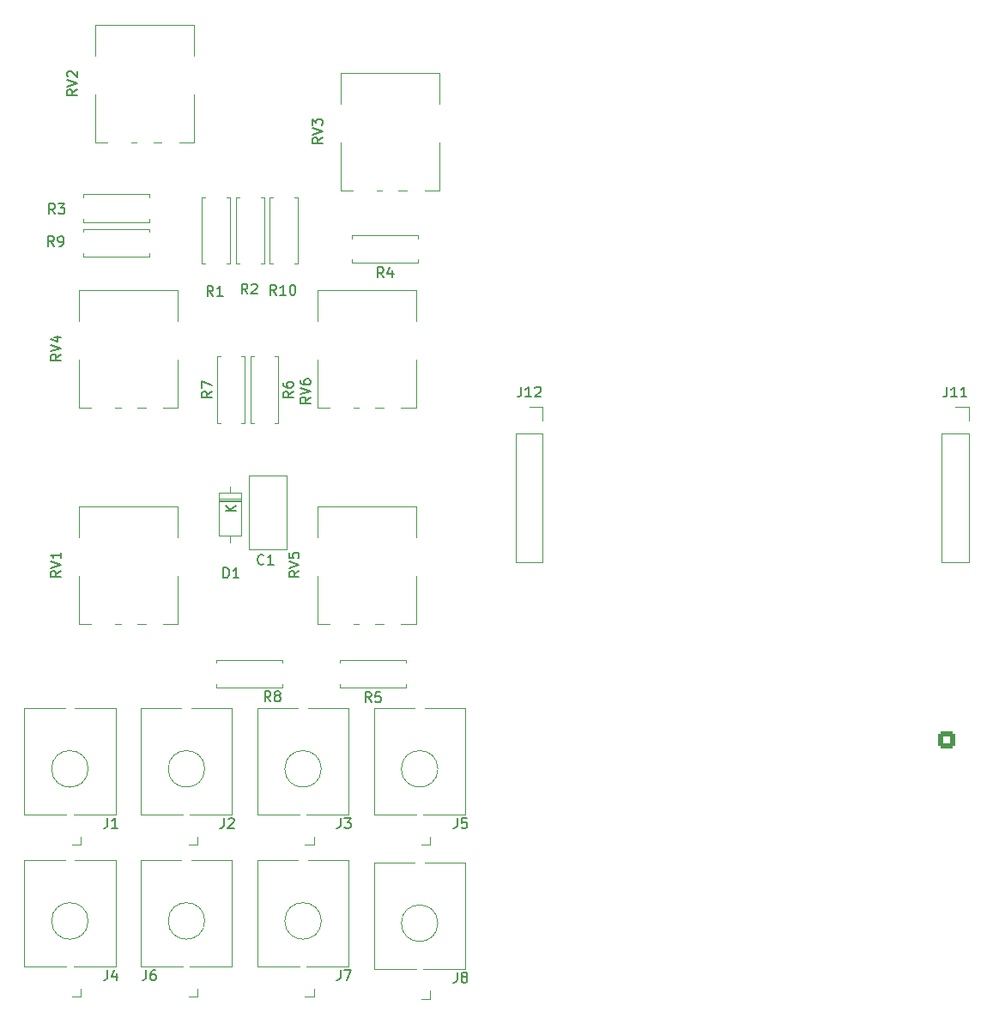
<source format=gto>
%TF.GenerationSoftware,KiCad,Pcbnew,5.99.0-unknown-3763aca52c~129~ubuntu20.04.1*%
%TF.CreationDate,2021-06-21T22:08:16+02:00*%
%TF.ProjectId,VCO-Version-1,56434f2d-5665-4727-9369-6f6e2d312e6b,rev?*%
%TF.SameCoordinates,Original*%
%TF.FileFunction,Legend,Top*%
%TF.FilePolarity,Positive*%
%FSLAX46Y46*%
G04 Gerber Fmt 4.6, Leading zero omitted, Abs format (unit mm)*
G04 Created by KiCad (PCBNEW 5.99.0-unknown-3763aca52c~129~ubuntu20.04.1) date 2021-06-21 22:08:16*
%MOMM*%
%LPD*%
G01*
G04 APERTURE LIST*
G04 Aperture macros list*
%AMRoundRect*
0 Rectangle with rounded corners*
0 $1 Rounding radius*
0 $2 $3 $4 $5 $6 $7 $8 $9 X,Y pos of 4 corners*
0 Add a 4 corners polygon primitive as box body*
4,1,4,$2,$3,$4,$5,$6,$7,$8,$9,$2,$3,0*
0 Add four circle primitives for the rounded corners*
1,1,$1+$1,$2,$3*
1,1,$1+$1,$4,$5*
1,1,$1+$1,$6,$7*
1,1,$1+$1,$8,$9*
0 Add four rect primitives between the rounded corners*
20,1,$1+$1,$2,$3,$4,$5,0*
20,1,$1+$1,$4,$5,$6,$7,0*
20,1,$1+$1,$6,$7,$8,$9,0*
20,1,$1+$1,$8,$9,$2,$3,0*%
G04 Aperture macros list end*
%ADD10C,0.150000*%
%ADD11C,0.120000*%
%ADD12C,2.000000*%
%ADD13O,2.720000X3.240000*%
%ADD14R,1.800000X1.800000*%
%ADD15C,1.800000*%
%ADD16O,1.700000X1.700000*%
%ADD17R,1.700000X1.700000*%
%ADD18C,1.600000*%
%ADD19O,1.600000X1.600000*%
%ADD20R,1.930000X1.830000*%
%ADD21C,2.130000*%
%ADD22C,5.500000*%
%ADD23R,1.600000X1.600000*%
%ADD24O,1.500000X1.050000*%
%ADD25R,1.500000X1.050000*%
%ADD26C,1.440000*%
%ADD27C,1.700000*%
%ADD28RoundRect,0.250000X0.600000X0.600000X-0.600000X0.600000X-0.600000X-0.600000X0.600000X-0.600000X0*%
G04 APERTURE END LIST*
D10*
X127712380Y-105660238D02*
X127236190Y-105993571D01*
X127712380Y-106231666D02*
X126712380Y-106231666D01*
X126712380Y-105850714D01*
X126760000Y-105755476D01*
X126807619Y-105707857D01*
X126902857Y-105660238D01*
X127045714Y-105660238D01*
X127140952Y-105707857D01*
X127188571Y-105755476D01*
X127236190Y-105850714D01*
X127236190Y-106231666D01*
X126712380Y-105374523D02*
X127712380Y-105041190D01*
X126712380Y-104707857D01*
X126712380Y-103898333D02*
X126712380Y-104374523D01*
X127188571Y-104422142D01*
X127140952Y-104374523D01*
X127093333Y-104279285D01*
X127093333Y-104041190D01*
X127140952Y-103945952D01*
X127188571Y-103898333D01*
X127283809Y-103850714D01*
X127521904Y-103850714D01*
X127617142Y-103898333D01*
X127664761Y-103945952D01*
X127712380Y-104041190D01*
X127712380Y-104279285D01*
X127664761Y-104374523D01*
X127617142Y-104422142D01*
X149615476Y-87507380D02*
X149615476Y-88221666D01*
X149567857Y-88364523D01*
X149472619Y-88459761D01*
X149329761Y-88507380D01*
X149234523Y-88507380D01*
X150615476Y-88507380D02*
X150044047Y-88507380D01*
X150329761Y-88507380D02*
X150329761Y-87507380D01*
X150234523Y-87650238D01*
X150139285Y-87745476D01*
X150044047Y-87793095D01*
X150996428Y-87602619D02*
X151044047Y-87555000D01*
X151139285Y-87507380D01*
X151377380Y-87507380D01*
X151472619Y-87555000D01*
X151520238Y-87602619D01*
X151567857Y-87697857D01*
X151567857Y-87793095D01*
X151520238Y-87935952D01*
X150948809Y-88507380D01*
X151567857Y-88507380D01*
X125457142Y-78452380D02*
X125123809Y-77976190D01*
X124885714Y-78452380D02*
X124885714Y-77452380D01*
X125266666Y-77452380D01*
X125361904Y-77500000D01*
X125409523Y-77547619D01*
X125457142Y-77642857D01*
X125457142Y-77785714D01*
X125409523Y-77880952D01*
X125361904Y-77928571D01*
X125266666Y-77976190D01*
X124885714Y-77976190D01*
X126409523Y-78452380D02*
X125838095Y-78452380D01*
X126123809Y-78452380D02*
X126123809Y-77452380D01*
X126028571Y-77595238D01*
X125933333Y-77690476D01*
X125838095Y-77738095D01*
X127028571Y-77452380D02*
X127123809Y-77452380D01*
X127219047Y-77500000D01*
X127266666Y-77547619D01*
X127314285Y-77642857D01*
X127361904Y-77833333D01*
X127361904Y-78071428D01*
X127314285Y-78261904D01*
X127266666Y-78357142D01*
X127219047Y-78404761D01*
X127123809Y-78452380D01*
X127028571Y-78452380D01*
X126933333Y-78404761D01*
X126885714Y-78357142D01*
X126838095Y-78261904D01*
X126790476Y-78071428D01*
X126790476Y-77833333D01*
X126838095Y-77642857D01*
X126885714Y-77547619D01*
X126933333Y-77500000D01*
X127028571Y-77452380D01*
X128832380Y-88545238D02*
X128356190Y-88878571D01*
X128832380Y-89116666D02*
X127832380Y-89116666D01*
X127832380Y-88735714D01*
X127880000Y-88640476D01*
X127927619Y-88592857D01*
X128022857Y-88545238D01*
X128165714Y-88545238D01*
X128260952Y-88592857D01*
X128308571Y-88640476D01*
X128356190Y-88735714D01*
X128356190Y-89116666D01*
X127832380Y-88259523D02*
X128832380Y-87926190D01*
X127832380Y-87592857D01*
X127832380Y-86830952D02*
X127832380Y-87021428D01*
X127880000Y-87116666D01*
X127927619Y-87164285D01*
X128070476Y-87259523D01*
X128260952Y-87307142D01*
X128641904Y-87307142D01*
X128737142Y-87259523D01*
X128784761Y-87211904D01*
X128832380Y-87116666D01*
X128832380Y-86926190D01*
X128784761Y-86830952D01*
X128737142Y-86783333D01*
X128641904Y-86735714D01*
X128403809Y-86735714D01*
X128308571Y-86783333D01*
X128260952Y-86830952D01*
X128213333Y-86926190D01*
X128213333Y-87116666D01*
X128260952Y-87211904D01*
X128308571Y-87259523D01*
X128403809Y-87307142D01*
X122633333Y-78352380D02*
X122300000Y-77876190D01*
X122061904Y-78352380D02*
X122061904Y-77352380D01*
X122442857Y-77352380D01*
X122538095Y-77400000D01*
X122585714Y-77447619D01*
X122633333Y-77542857D01*
X122633333Y-77685714D01*
X122585714Y-77780952D01*
X122538095Y-77828571D01*
X122442857Y-77876190D01*
X122061904Y-77876190D01*
X123014285Y-77447619D02*
X123061904Y-77400000D01*
X123157142Y-77352380D01*
X123395238Y-77352380D01*
X123490476Y-77400000D01*
X123538095Y-77447619D01*
X123585714Y-77542857D01*
X123585714Y-77638095D01*
X123538095Y-77780952D01*
X122966666Y-78352380D01*
X123585714Y-78352380D01*
X120296666Y-130052380D02*
X120296666Y-130766666D01*
X120249047Y-130909523D01*
X120153809Y-131004761D01*
X120010952Y-131052380D01*
X119915714Y-131052380D01*
X120725238Y-130147619D02*
X120772857Y-130100000D01*
X120868095Y-130052380D01*
X121106190Y-130052380D01*
X121201428Y-130100000D01*
X121249047Y-130147619D01*
X121296666Y-130242857D01*
X121296666Y-130338095D01*
X121249047Y-130480952D01*
X120677619Y-131052380D01*
X121296666Y-131052380D01*
X131796666Y-130052380D02*
X131796666Y-130766666D01*
X131749047Y-130909523D01*
X131653809Y-131004761D01*
X131510952Y-131052380D01*
X131415714Y-131052380D01*
X132177619Y-130052380D02*
X132796666Y-130052380D01*
X132463333Y-130433333D01*
X132606190Y-130433333D01*
X132701428Y-130480952D01*
X132749047Y-130528571D01*
X132796666Y-130623809D01*
X132796666Y-130861904D01*
X132749047Y-130957142D01*
X132701428Y-131004761D01*
X132606190Y-131052380D01*
X132320476Y-131052380D01*
X132225238Y-131004761D01*
X132177619Y-130957142D01*
X119082380Y-87966666D02*
X118606190Y-88300000D01*
X119082380Y-88538095D02*
X118082380Y-88538095D01*
X118082380Y-88157142D01*
X118130000Y-88061904D01*
X118177619Y-88014285D01*
X118272857Y-87966666D01*
X118415714Y-87966666D01*
X118510952Y-88014285D01*
X118558571Y-88061904D01*
X118606190Y-88157142D01*
X118606190Y-88538095D01*
X118082380Y-87633333D02*
X118082380Y-86966666D01*
X119082380Y-87395238D01*
X108796666Y-130052380D02*
X108796666Y-130766666D01*
X108749047Y-130909523D01*
X108653809Y-131004761D01*
X108510952Y-131052380D01*
X108415714Y-131052380D01*
X109796666Y-131052380D02*
X109225238Y-131052380D01*
X109510952Y-131052380D02*
X109510952Y-130052380D01*
X109415714Y-130195238D01*
X109320476Y-130290476D01*
X109225238Y-130338095D01*
X112616666Y-145052380D02*
X112616666Y-145766666D01*
X112569047Y-145909523D01*
X112473809Y-146004761D01*
X112330952Y-146052380D01*
X112235714Y-146052380D01*
X113521428Y-145052380D02*
X113330952Y-145052380D01*
X113235714Y-145100000D01*
X113188095Y-145147619D01*
X113092857Y-145290476D01*
X113045238Y-145480952D01*
X113045238Y-145861904D01*
X113092857Y-145957142D01*
X113140476Y-146004761D01*
X113235714Y-146052380D01*
X113426190Y-146052380D01*
X113521428Y-146004761D01*
X113569047Y-145957142D01*
X113616666Y-145861904D01*
X113616666Y-145623809D01*
X113569047Y-145528571D01*
X113521428Y-145480952D01*
X113426190Y-145433333D01*
X113235714Y-145433333D01*
X113140476Y-145480952D01*
X113092857Y-145528571D01*
X113045238Y-145623809D01*
X124913333Y-118542380D02*
X124580000Y-118066190D01*
X124341904Y-118542380D02*
X124341904Y-117542380D01*
X124722857Y-117542380D01*
X124818095Y-117590000D01*
X124865714Y-117637619D01*
X124913333Y-117732857D01*
X124913333Y-117875714D01*
X124865714Y-117970952D01*
X124818095Y-118018571D01*
X124722857Y-118066190D01*
X124341904Y-118066190D01*
X125484761Y-117970952D02*
X125389523Y-117923333D01*
X125341904Y-117875714D01*
X125294285Y-117780476D01*
X125294285Y-117732857D01*
X125341904Y-117637619D01*
X125389523Y-117590000D01*
X125484761Y-117542380D01*
X125675238Y-117542380D01*
X125770476Y-117590000D01*
X125818095Y-117637619D01*
X125865714Y-117732857D01*
X125865714Y-117780476D01*
X125818095Y-117875714D01*
X125770476Y-117923333D01*
X125675238Y-117970952D01*
X125484761Y-117970952D01*
X125389523Y-118018571D01*
X125341904Y-118066190D01*
X125294285Y-118161428D01*
X125294285Y-118351904D01*
X125341904Y-118447142D01*
X125389523Y-118494761D01*
X125484761Y-118542380D01*
X125675238Y-118542380D01*
X125770476Y-118494761D01*
X125818095Y-118447142D01*
X125865714Y-118351904D01*
X125865714Y-118161428D01*
X125818095Y-118066190D01*
X125770476Y-118018571D01*
X125675238Y-117970952D01*
X191615476Y-87507380D02*
X191615476Y-88221666D01*
X191567857Y-88364523D01*
X191472619Y-88459761D01*
X191329761Y-88507380D01*
X191234523Y-88507380D01*
X192615476Y-88507380D02*
X192044047Y-88507380D01*
X192329761Y-88507380D02*
X192329761Y-87507380D01*
X192234523Y-87650238D01*
X192139285Y-87745476D01*
X192044047Y-87793095D01*
X193567857Y-88507380D02*
X192996428Y-88507380D01*
X193282142Y-88507380D02*
X193282142Y-87507380D01*
X193186904Y-87650238D01*
X193091666Y-87745476D01*
X192996428Y-87793095D01*
X127122380Y-87966666D02*
X126646190Y-88300000D01*
X127122380Y-88538095D02*
X126122380Y-88538095D01*
X126122380Y-88157142D01*
X126170000Y-88061904D01*
X126217619Y-88014285D01*
X126312857Y-87966666D01*
X126455714Y-87966666D01*
X126550952Y-88014285D01*
X126598571Y-88061904D01*
X126646190Y-88157142D01*
X126646190Y-88538095D01*
X126122380Y-87109523D02*
X126122380Y-87300000D01*
X126170000Y-87395238D01*
X126217619Y-87442857D01*
X126360476Y-87538095D01*
X126550952Y-87585714D01*
X126931904Y-87585714D01*
X127027142Y-87538095D01*
X127074761Y-87490476D01*
X127122380Y-87395238D01*
X127122380Y-87204761D01*
X127074761Y-87109523D01*
X127027142Y-87061904D01*
X126931904Y-87014285D01*
X126693809Y-87014285D01*
X126598571Y-87061904D01*
X126550952Y-87109523D01*
X126503333Y-87204761D01*
X126503333Y-87395238D01*
X126550952Y-87490476D01*
X126598571Y-87538095D01*
X126693809Y-87585714D01*
X108796666Y-145052380D02*
X108796666Y-145766666D01*
X108749047Y-145909523D01*
X108653809Y-146004761D01*
X108510952Y-146052380D01*
X108415714Y-146052380D01*
X109701428Y-145385714D02*
X109701428Y-146052380D01*
X109463333Y-145004761D02*
X109225238Y-145719047D01*
X109844285Y-145719047D01*
X105812380Y-58160238D02*
X105336190Y-58493571D01*
X105812380Y-58731666D02*
X104812380Y-58731666D01*
X104812380Y-58350714D01*
X104860000Y-58255476D01*
X104907619Y-58207857D01*
X105002857Y-58160238D01*
X105145714Y-58160238D01*
X105240952Y-58207857D01*
X105288571Y-58255476D01*
X105336190Y-58350714D01*
X105336190Y-58731666D01*
X104812380Y-57874523D02*
X105812380Y-57541190D01*
X104812380Y-57207857D01*
X104907619Y-56922142D02*
X104860000Y-56874523D01*
X104812380Y-56779285D01*
X104812380Y-56541190D01*
X104860000Y-56445952D01*
X104907619Y-56398333D01*
X105002857Y-56350714D01*
X105098095Y-56350714D01*
X105240952Y-56398333D01*
X105812380Y-56969761D01*
X105812380Y-56350714D01*
X103533333Y-73652380D02*
X103200000Y-73176190D01*
X102961904Y-73652380D02*
X102961904Y-72652380D01*
X103342857Y-72652380D01*
X103438095Y-72700000D01*
X103485714Y-72747619D01*
X103533333Y-72842857D01*
X103533333Y-72985714D01*
X103485714Y-73080952D01*
X103438095Y-73128571D01*
X103342857Y-73176190D01*
X102961904Y-73176190D01*
X104009523Y-73652380D02*
X104200000Y-73652380D01*
X104295238Y-73604761D01*
X104342857Y-73557142D01*
X104438095Y-73414285D01*
X104485714Y-73223809D01*
X104485714Y-72842857D01*
X104438095Y-72747619D01*
X104390476Y-72700000D01*
X104295238Y-72652380D01*
X104104761Y-72652380D01*
X104009523Y-72700000D01*
X103961904Y-72747619D01*
X103914285Y-72842857D01*
X103914285Y-73080952D01*
X103961904Y-73176190D01*
X104009523Y-73223809D01*
X104104761Y-73271428D01*
X104295238Y-73271428D01*
X104390476Y-73223809D01*
X104438095Y-73176190D01*
X104485714Y-73080952D01*
X130012380Y-62910238D02*
X129536190Y-63243571D01*
X130012380Y-63481666D02*
X129012380Y-63481666D01*
X129012380Y-63100714D01*
X129060000Y-63005476D01*
X129107619Y-62957857D01*
X129202857Y-62910238D01*
X129345714Y-62910238D01*
X129440952Y-62957857D01*
X129488571Y-63005476D01*
X129536190Y-63100714D01*
X129536190Y-63481666D01*
X129012380Y-62624523D02*
X130012380Y-62291190D01*
X129012380Y-61957857D01*
X129012380Y-61719761D02*
X129012380Y-61100714D01*
X129393333Y-61434047D01*
X129393333Y-61291190D01*
X129440952Y-61195952D01*
X129488571Y-61148333D01*
X129583809Y-61100714D01*
X129821904Y-61100714D01*
X129917142Y-61148333D01*
X129964761Y-61195952D01*
X130012380Y-61291190D01*
X130012380Y-61576904D01*
X129964761Y-61672142D01*
X129917142Y-61719761D01*
X104212380Y-105660238D02*
X103736190Y-105993571D01*
X104212380Y-106231666D02*
X103212380Y-106231666D01*
X103212380Y-105850714D01*
X103260000Y-105755476D01*
X103307619Y-105707857D01*
X103402857Y-105660238D01*
X103545714Y-105660238D01*
X103640952Y-105707857D01*
X103688571Y-105755476D01*
X103736190Y-105850714D01*
X103736190Y-106231666D01*
X103212380Y-105374523D02*
X104212380Y-105041190D01*
X103212380Y-104707857D01*
X104212380Y-103850714D02*
X104212380Y-104422142D01*
X104212380Y-104136428D02*
X103212380Y-104136428D01*
X103355238Y-104231666D01*
X103450476Y-104326904D01*
X103498095Y-104422142D01*
X136033333Y-76722380D02*
X135700000Y-76246190D01*
X135461904Y-76722380D02*
X135461904Y-75722380D01*
X135842857Y-75722380D01*
X135938095Y-75770000D01*
X135985714Y-75817619D01*
X136033333Y-75912857D01*
X136033333Y-76055714D01*
X135985714Y-76150952D01*
X135938095Y-76198571D01*
X135842857Y-76246190D01*
X135461904Y-76246190D01*
X136890476Y-76055714D02*
X136890476Y-76722380D01*
X136652380Y-75674761D02*
X136414285Y-76389047D01*
X137033333Y-76389047D01*
X119233333Y-78552380D02*
X118900000Y-78076190D01*
X118661904Y-78552380D02*
X118661904Y-77552380D01*
X119042857Y-77552380D01*
X119138095Y-77600000D01*
X119185714Y-77647619D01*
X119233333Y-77742857D01*
X119233333Y-77885714D01*
X119185714Y-77980952D01*
X119138095Y-78028571D01*
X119042857Y-78076190D01*
X118661904Y-78076190D01*
X120185714Y-78552380D02*
X119614285Y-78552380D01*
X119900000Y-78552380D02*
X119900000Y-77552380D01*
X119804761Y-77695238D01*
X119709523Y-77790476D01*
X119614285Y-77838095D01*
X131796666Y-145052380D02*
X131796666Y-145766666D01*
X131749047Y-145909523D01*
X131653809Y-146004761D01*
X131510952Y-146052380D01*
X131415714Y-146052380D01*
X132177619Y-145052380D02*
X132844285Y-145052380D01*
X132415714Y-146052380D01*
X143296666Y-145272380D02*
X143296666Y-145986666D01*
X143249047Y-146129523D01*
X143153809Y-146224761D01*
X143010952Y-146272380D01*
X142915714Y-146272380D01*
X143915714Y-145700952D02*
X143820476Y-145653333D01*
X143772857Y-145605714D01*
X143725238Y-145510476D01*
X143725238Y-145462857D01*
X143772857Y-145367619D01*
X143820476Y-145320000D01*
X143915714Y-145272380D01*
X144106190Y-145272380D01*
X144201428Y-145320000D01*
X144249047Y-145367619D01*
X144296666Y-145462857D01*
X144296666Y-145510476D01*
X144249047Y-145605714D01*
X144201428Y-145653333D01*
X144106190Y-145700952D01*
X143915714Y-145700952D01*
X143820476Y-145748571D01*
X143772857Y-145796190D01*
X143725238Y-145891428D01*
X143725238Y-146081904D01*
X143772857Y-146177142D01*
X143820476Y-146224761D01*
X143915714Y-146272380D01*
X144106190Y-146272380D01*
X144201428Y-146224761D01*
X144249047Y-146177142D01*
X144296666Y-146081904D01*
X144296666Y-145891428D01*
X144249047Y-145796190D01*
X144201428Y-145748571D01*
X144106190Y-145700952D01*
X124233333Y-104957142D02*
X124185714Y-105004761D01*
X124042857Y-105052380D01*
X123947619Y-105052380D01*
X123804761Y-105004761D01*
X123709523Y-104909523D01*
X123661904Y-104814285D01*
X123614285Y-104623809D01*
X123614285Y-104480952D01*
X123661904Y-104290476D01*
X123709523Y-104195238D01*
X123804761Y-104100000D01*
X123947619Y-104052380D01*
X124042857Y-104052380D01*
X124185714Y-104100000D01*
X124233333Y-104147619D01*
X125185714Y-105052380D02*
X124614285Y-105052380D01*
X124900000Y-105052380D02*
X124900000Y-104052380D01*
X124804761Y-104195238D01*
X124709523Y-104290476D01*
X124614285Y-104338095D01*
X143296666Y-130052380D02*
X143296666Y-130766666D01*
X143249047Y-130909523D01*
X143153809Y-131004761D01*
X143010952Y-131052380D01*
X142915714Y-131052380D01*
X144249047Y-130052380D02*
X143772857Y-130052380D01*
X143725238Y-130528571D01*
X143772857Y-130480952D01*
X143868095Y-130433333D01*
X144106190Y-130433333D01*
X144201428Y-130480952D01*
X144249047Y-130528571D01*
X144296666Y-130623809D01*
X144296666Y-130861904D01*
X144249047Y-130957142D01*
X144201428Y-131004761D01*
X144106190Y-131052380D01*
X143868095Y-131052380D01*
X143772857Y-131004761D01*
X143725238Y-130957142D01*
X134833333Y-118622380D02*
X134500000Y-118146190D01*
X134261904Y-118622380D02*
X134261904Y-117622380D01*
X134642857Y-117622380D01*
X134738095Y-117670000D01*
X134785714Y-117717619D01*
X134833333Y-117812857D01*
X134833333Y-117955714D01*
X134785714Y-118050952D01*
X134738095Y-118098571D01*
X134642857Y-118146190D01*
X134261904Y-118146190D01*
X135738095Y-117622380D02*
X135261904Y-117622380D01*
X135214285Y-118098571D01*
X135261904Y-118050952D01*
X135357142Y-118003333D01*
X135595238Y-118003333D01*
X135690476Y-118050952D01*
X135738095Y-118098571D01*
X135785714Y-118193809D01*
X135785714Y-118431904D01*
X135738095Y-118527142D01*
X135690476Y-118574761D01*
X135595238Y-118622380D01*
X135357142Y-118622380D01*
X135261904Y-118574761D01*
X135214285Y-118527142D01*
X103633333Y-70452380D02*
X103300000Y-69976190D01*
X103061904Y-70452380D02*
X103061904Y-69452380D01*
X103442857Y-69452380D01*
X103538095Y-69500000D01*
X103585714Y-69547619D01*
X103633333Y-69642857D01*
X103633333Y-69785714D01*
X103585714Y-69880952D01*
X103538095Y-69928571D01*
X103442857Y-69976190D01*
X103061904Y-69976190D01*
X103966666Y-69452380D02*
X104585714Y-69452380D01*
X104252380Y-69833333D01*
X104395238Y-69833333D01*
X104490476Y-69880952D01*
X104538095Y-69928571D01*
X104585714Y-70023809D01*
X104585714Y-70261904D01*
X104538095Y-70357142D01*
X104490476Y-70404761D01*
X104395238Y-70452380D01*
X104109523Y-70452380D01*
X104014285Y-70404761D01*
X103966666Y-70357142D01*
X104212380Y-84310238D02*
X103736190Y-84643571D01*
X104212380Y-84881666D02*
X103212380Y-84881666D01*
X103212380Y-84500714D01*
X103260000Y-84405476D01*
X103307619Y-84357857D01*
X103402857Y-84310238D01*
X103545714Y-84310238D01*
X103640952Y-84357857D01*
X103688571Y-84405476D01*
X103736190Y-84500714D01*
X103736190Y-84881666D01*
X103212380Y-84024523D02*
X104212380Y-83691190D01*
X103212380Y-83357857D01*
X103545714Y-82595952D02*
X104212380Y-82595952D01*
X103164761Y-82834047D02*
X103879047Y-83072142D01*
X103879047Y-82453095D01*
X120261904Y-106352380D02*
X120261904Y-105352380D01*
X120500000Y-105352380D01*
X120642857Y-105400000D01*
X120738095Y-105495238D01*
X120785714Y-105590476D01*
X120833333Y-105780952D01*
X120833333Y-105923809D01*
X120785714Y-106114285D01*
X120738095Y-106209523D01*
X120642857Y-106304761D01*
X120500000Y-106352380D01*
X120261904Y-106352380D01*
X121785714Y-106352380D02*
X121214285Y-106352380D01*
X121500000Y-106352380D02*
X121500000Y-105352380D01*
X121404761Y-105495238D01*
X121309523Y-105590476D01*
X121214285Y-105638095D01*
X121452380Y-99761904D02*
X120452380Y-99761904D01*
X121452380Y-99190476D02*
X120880952Y-99619047D01*
X120452380Y-99190476D02*
X121023809Y-99761904D01*
D11*
X139270000Y-102365000D02*
X139270000Y-99305000D01*
X129530000Y-102365000D02*
X129530000Y-99305000D01*
X136060000Y-110895000D02*
X135230000Y-110895000D01*
X129520000Y-110895000D02*
X129520000Y-106175000D01*
X139270000Y-110895000D02*
X137780000Y-110895000D01*
X139270000Y-99305000D02*
X129530000Y-99305000D01*
X139270000Y-110895000D02*
X139270000Y-106175000D01*
X130710000Y-110895000D02*
X129530000Y-110895000D01*
X133610000Y-110895000D02*
X133080000Y-110895000D01*
X151755000Y-89495000D02*
X151755000Y-90825000D01*
X151755000Y-92095000D02*
X151755000Y-104855000D01*
X150425000Y-89495000D02*
X151755000Y-89495000D01*
X149095000Y-104855000D02*
X151755000Y-104855000D01*
X149095000Y-92095000D02*
X151755000Y-92095000D01*
X149095000Y-92095000D02*
X149095000Y-104855000D01*
X127240000Y-68830000D02*
X127570000Y-68830000D01*
X125160000Y-68830000D02*
X124830000Y-68830000D01*
X127570000Y-68830000D02*
X127570000Y-75370000D01*
X124830000Y-68830000D02*
X124830000Y-75370000D01*
X124830000Y-75370000D02*
X125160000Y-75370000D01*
X127570000Y-75370000D02*
X127240000Y-75370000D01*
X129510000Y-81015000D02*
X129510000Y-77955000D01*
X139250000Y-81015000D02*
X139250000Y-77955000D01*
X139250000Y-89545000D02*
X137760000Y-89545000D01*
X133590000Y-89545000D02*
X133060000Y-89545000D01*
X139250000Y-77955000D02*
X129510000Y-77955000D01*
X139250000Y-89545000D02*
X139250000Y-84825000D01*
X129500000Y-89545000D02*
X129500000Y-84825000D01*
X136040000Y-89545000D02*
X135210000Y-89545000D01*
X130690000Y-89545000D02*
X129510000Y-89545000D01*
X123940000Y-75370000D02*
X124270000Y-75370000D01*
X121530000Y-68830000D02*
X121860000Y-68830000D01*
X121530000Y-75370000D02*
X121530000Y-68830000D01*
X124270000Y-68830000D02*
X123940000Y-68830000D01*
X121860000Y-75370000D02*
X121530000Y-75370000D01*
X124270000Y-75370000D02*
X124270000Y-68830000D01*
X112100000Y-129700000D02*
X116250000Y-129700000D01*
X117660000Y-132680000D02*
X117660000Y-131880000D01*
X117100000Y-119200000D02*
X121100000Y-119200000D01*
X116950000Y-129700000D02*
X121100000Y-129700000D01*
X117660000Y-132680000D02*
X116800000Y-132680000D01*
X112100000Y-119200000D02*
X116100000Y-119200000D01*
X112100000Y-129700000D02*
X112100000Y-119200000D01*
X121100000Y-129700000D02*
X121100000Y-119200000D01*
X118400000Y-125200000D02*
G75*
G03*
X118400000Y-125200000I-1800000J0D01*
G01*
X129160000Y-132680000D02*
X129160000Y-131880000D01*
X128600000Y-119200000D02*
X132600000Y-119200000D01*
X129160000Y-132680000D02*
X128300000Y-132680000D01*
X128450000Y-129700000D02*
X132600000Y-129700000D01*
X132600000Y-129700000D02*
X132600000Y-119200000D01*
X123600000Y-129700000D02*
X123600000Y-119200000D01*
X123600000Y-129700000D02*
X127750000Y-129700000D01*
X123600000Y-119200000D02*
X127600000Y-119200000D01*
X129900000Y-125200000D02*
G75*
G03*
X129900000Y-125200000I-1800000J0D01*
G01*
X119960000Y-91070000D02*
X119630000Y-91070000D01*
X122370000Y-84530000D02*
X122040000Y-84530000D01*
X122040000Y-91070000D02*
X122370000Y-91070000D01*
X119630000Y-91070000D02*
X119630000Y-84530000D01*
X119630000Y-84530000D02*
X119960000Y-84530000D01*
X122370000Y-91070000D02*
X122370000Y-84530000D01*
X100600000Y-129700000D02*
X104750000Y-129700000D01*
X106160000Y-132680000D02*
X106160000Y-131880000D01*
X100600000Y-119200000D02*
X104600000Y-119200000D01*
X100600000Y-129700000D02*
X100600000Y-119200000D01*
X105600000Y-119200000D02*
X109600000Y-119200000D01*
X109600000Y-129700000D02*
X109600000Y-119200000D01*
X106160000Y-132680000D02*
X105300000Y-132680000D01*
X105450000Y-129700000D02*
X109600000Y-129700000D01*
X106900000Y-125200000D02*
G75*
G03*
X106900000Y-125200000I-1800000J0D01*
G01*
X112100000Y-144700000D02*
X116250000Y-144700000D01*
X116950000Y-144700000D02*
X121100000Y-144700000D01*
X112100000Y-144700000D02*
X112100000Y-134200000D01*
X117100000Y-134200000D02*
X121100000Y-134200000D01*
X121100000Y-144700000D02*
X121100000Y-134200000D01*
X117660000Y-147680000D02*
X116800000Y-147680000D01*
X112100000Y-134200000D02*
X116100000Y-134200000D01*
X117660000Y-147680000D02*
X117660000Y-146880000D01*
X118400000Y-140200000D02*
G75*
G03*
X118400000Y-140200000I-1800000J0D01*
G01*
X119530000Y-114430000D02*
X119530000Y-114760000D01*
X126070000Y-114430000D02*
X119530000Y-114430000D01*
X119530000Y-117170000D02*
X119530000Y-116840000D01*
X126070000Y-116840000D02*
X126070000Y-117170000D01*
X126070000Y-114760000D02*
X126070000Y-114430000D01*
X126070000Y-117170000D02*
X119530000Y-117170000D01*
X191095000Y-104855000D02*
X193755000Y-104855000D01*
X191095000Y-92095000D02*
X191095000Y-104855000D01*
X193755000Y-89495000D02*
X193755000Y-90825000D01*
X192425000Y-89495000D02*
X193755000Y-89495000D01*
X193755000Y-92095000D02*
X193755000Y-104855000D01*
X191095000Y-92095000D02*
X193755000Y-92095000D01*
X122930000Y-84530000D02*
X122930000Y-91070000D01*
X125670000Y-84530000D02*
X125670000Y-91070000D01*
X125340000Y-84530000D02*
X125670000Y-84530000D01*
X123260000Y-84530000D02*
X122930000Y-84530000D01*
X125670000Y-91070000D02*
X125340000Y-91070000D01*
X122930000Y-91070000D02*
X123260000Y-91070000D01*
X109600000Y-144700000D02*
X109600000Y-134200000D01*
X105600000Y-134200000D02*
X109600000Y-134200000D01*
X106160000Y-147680000D02*
X105300000Y-147680000D01*
X105450000Y-144700000D02*
X109600000Y-144700000D01*
X100600000Y-144700000D02*
X100600000Y-134200000D01*
X100600000Y-134200000D02*
X104600000Y-134200000D01*
X100600000Y-144700000D02*
X104750000Y-144700000D01*
X106160000Y-147680000D02*
X106160000Y-146880000D01*
X106900000Y-140200000D02*
G75*
G03*
X106900000Y-140200000I-1800000J0D01*
G01*
X107620000Y-63395000D02*
X107620000Y-58675000D01*
X111710000Y-63395000D02*
X111180000Y-63395000D01*
X107630000Y-54865000D02*
X107630000Y-51805000D01*
X117370000Y-63395000D02*
X115880000Y-63395000D01*
X117370000Y-51805000D02*
X107630000Y-51805000D01*
X114160000Y-63395000D02*
X113330000Y-63395000D01*
X117370000Y-54865000D02*
X117370000Y-51805000D01*
X108810000Y-63395000D02*
X107630000Y-63395000D01*
X117370000Y-63395000D02*
X117370000Y-58675000D01*
X112970000Y-72260000D02*
X112970000Y-71930000D01*
X106430000Y-71930000D02*
X106430000Y-72260000D01*
X106430000Y-74670000D02*
X106430000Y-74340000D01*
X112970000Y-74340000D02*
X112970000Y-74670000D01*
X112970000Y-71930000D02*
X106430000Y-71930000D01*
X112970000Y-74670000D02*
X106430000Y-74670000D01*
X141570000Y-68145000D02*
X141570000Y-63425000D01*
X131820000Y-68145000D02*
X131820000Y-63425000D01*
X141570000Y-59615000D02*
X141570000Y-56555000D01*
X133010000Y-68145000D02*
X131830000Y-68145000D01*
X138360000Y-68145000D02*
X137530000Y-68145000D01*
X141570000Y-68145000D02*
X140080000Y-68145000D01*
X131830000Y-59615000D02*
X131830000Y-56555000D01*
X141570000Y-56555000D02*
X131830000Y-56555000D01*
X135910000Y-68145000D02*
X135380000Y-68145000D01*
X107210000Y-110895000D02*
X106030000Y-110895000D01*
X115770000Y-110895000D02*
X115770000Y-106175000D01*
X112560000Y-110895000D02*
X111730000Y-110895000D01*
X106030000Y-102365000D02*
X106030000Y-99305000D01*
X115770000Y-110895000D02*
X114280000Y-110895000D01*
X110110000Y-110895000D02*
X109580000Y-110895000D01*
X106020000Y-110895000D02*
X106020000Y-106175000D01*
X115770000Y-102365000D02*
X115770000Y-99305000D01*
X115770000Y-99305000D02*
X106030000Y-99305000D01*
X139470000Y-75270000D02*
X132930000Y-75270000D01*
X139470000Y-72860000D02*
X139470000Y-72530000D01*
X139470000Y-72530000D02*
X132930000Y-72530000D01*
X139470000Y-74940000D02*
X139470000Y-75270000D01*
X132930000Y-72530000D02*
X132930000Y-72860000D01*
X132930000Y-75270000D02*
X132930000Y-74940000D01*
X118460000Y-75370000D02*
X118130000Y-75370000D01*
X118130000Y-75370000D02*
X118130000Y-68830000D01*
X120870000Y-75370000D02*
X120870000Y-68830000D01*
X120870000Y-68830000D02*
X120540000Y-68830000D01*
X118130000Y-68830000D02*
X118460000Y-68830000D01*
X120540000Y-75370000D02*
X120870000Y-75370000D01*
X132600000Y-144700000D02*
X132600000Y-134200000D01*
X129160000Y-147680000D02*
X128300000Y-147680000D01*
X123600000Y-144700000D02*
X123600000Y-134200000D01*
X128450000Y-144700000D02*
X132600000Y-144700000D01*
X123600000Y-144700000D02*
X127750000Y-144700000D01*
X128600000Y-134200000D02*
X132600000Y-134200000D01*
X123600000Y-134200000D02*
X127600000Y-134200000D01*
X129160000Y-147680000D02*
X129160000Y-146880000D01*
X129900000Y-140200000D02*
G75*
G03*
X129900000Y-140200000I-1800000J0D01*
G01*
X140100000Y-134420000D02*
X144100000Y-134420000D01*
X135100000Y-144920000D02*
X139250000Y-144920000D01*
X135100000Y-134420000D02*
X139100000Y-134420000D01*
X144100000Y-144920000D02*
X144100000Y-134420000D01*
X139950000Y-144920000D02*
X144100000Y-144920000D01*
X140660000Y-147900000D02*
X140660000Y-147100000D01*
X140660000Y-147900000D02*
X139800000Y-147900000D01*
X135100000Y-144920000D02*
X135100000Y-134420000D01*
X141400000Y-140420000D02*
G75*
G03*
X141400000Y-140420000I-1800000J0D01*
G01*
X122730000Y-96280000D02*
X126470000Y-96280000D01*
X122730000Y-103520000D02*
X122730000Y-96280000D01*
X122730000Y-103520000D02*
X126470000Y-103520000D01*
X126470000Y-103520000D02*
X126470000Y-96280000D01*
X140100000Y-119200000D02*
X144100000Y-119200000D01*
X144100000Y-129700000D02*
X144100000Y-119200000D01*
X140660000Y-132680000D02*
X140660000Y-131880000D01*
X135100000Y-129700000D02*
X135100000Y-119200000D01*
X135100000Y-119200000D02*
X139100000Y-119200000D01*
X139950000Y-129700000D02*
X144100000Y-129700000D01*
X140660000Y-132680000D02*
X139800000Y-132680000D01*
X135100000Y-129700000D02*
X139250000Y-129700000D01*
X141400000Y-125200000D02*
G75*
G03*
X141400000Y-125200000I-1800000J0D01*
G01*
X131730000Y-114430000D02*
X131730000Y-114760000D01*
X138270000Y-117170000D02*
X131730000Y-117170000D01*
X131730000Y-117170000D02*
X131730000Y-116840000D01*
X138270000Y-114760000D02*
X138270000Y-114430000D01*
X138270000Y-114430000D02*
X131730000Y-114430000D01*
X138270000Y-116840000D02*
X138270000Y-117170000D01*
X106430000Y-68860000D02*
X106430000Y-68530000D01*
X112970000Y-71270000D02*
X112970000Y-70940000D01*
X106430000Y-71270000D02*
X112970000Y-71270000D01*
X112970000Y-68530000D02*
X112970000Y-68860000D01*
X106430000Y-68530000D02*
X112970000Y-68530000D01*
X106430000Y-70940000D02*
X106430000Y-71270000D01*
X110110000Y-89545000D02*
X109580000Y-89545000D01*
X107210000Y-89545000D02*
X106030000Y-89545000D01*
X115770000Y-89545000D02*
X114280000Y-89545000D01*
X115770000Y-77955000D02*
X106030000Y-77955000D01*
X115770000Y-89545000D02*
X115770000Y-84825000D01*
X115770000Y-81015000D02*
X115770000Y-77955000D01*
X106020000Y-89545000D02*
X106020000Y-84825000D01*
X106030000Y-81015000D02*
X106030000Y-77955000D01*
X112560000Y-89545000D02*
X111730000Y-89545000D01*
X122020000Y-98580000D02*
X119780000Y-98580000D01*
X122020000Y-98700000D02*
X119780000Y-98700000D01*
X120900000Y-102870000D02*
X120900000Y-102220000D01*
X119780000Y-97980000D02*
X119780000Y-102220000D01*
X120900000Y-97330000D02*
X120900000Y-97980000D01*
X122020000Y-97980000D02*
X119780000Y-97980000D01*
X119780000Y-102220000D02*
X122020000Y-102220000D01*
X122020000Y-98820000D02*
X119780000Y-98820000D01*
X122020000Y-102220000D02*
X122020000Y-97980000D01*
%LPC*%
D12*
X146900000Y-125700000D03*
X146900000Y-128200000D03*
X146900000Y-120700000D03*
X146900000Y-123200000D03*
X146900000Y-130700000D03*
X146900000Y-75200000D03*
X146900000Y-72700000D03*
X146900000Y-80200000D03*
X146900000Y-77700000D03*
X146900000Y-70200000D03*
D13*
X129600000Y-104275000D03*
X139200000Y-104275000D03*
D14*
X131900000Y-111775000D03*
D15*
X134400000Y-111775000D03*
X136900000Y-111775000D03*
D16*
X150425000Y-103525000D03*
X150425000Y-100985000D03*
X150425000Y-98445000D03*
X150425000Y-95905000D03*
X150425000Y-93365000D03*
D17*
X150425000Y-90825000D03*
D18*
X126200000Y-68290000D03*
D19*
X126200000Y-75910000D03*
D13*
X139180000Y-82925000D03*
X129580000Y-82925000D03*
D14*
X131880000Y-90425000D03*
D15*
X134380000Y-90425000D03*
X136880000Y-90425000D03*
D18*
X122900000Y-75910000D03*
D19*
X122900000Y-68290000D03*
D20*
X116600000Y-131680000D03*
D21*
X116600000Y-120280000D03*
X116600000Y-128580000D03*
D20*
X128100000Y-131680000D03*
D21*
X128100000Y-120280000D03*
X128100000Y-128580000D03*
D18*
X121000000Y-91610000D03*
D19*
X121000000Y-83990000D03*
D20*
X105100000Y-131680000D03*
D21*
X105100000Y-120280000D03*
X105100000Y-128580000D03*
D20*
X116600000Y-146680000D03*
D21*
X116600000Y-135280000D03*
X116600000Y-143580000D03*
D22*
X122400000Y-148400000D03*
D18*
X126610000Y-115800000D03*
D19*
X118990000Y-115800000D03*
D16*
X192425000Y-103525000D03*
X192425000Y-100985000D03*
X192425000Y-98445000D03*
X192425000Y-95905000D03*
X192425000Y-93365000D03*
D17*
X192425000Y-90825000D03*
D18*
X124300000Y-83990000D03*
D19*
X124300000Y-91610000D03*
D20*
X105100000Y-146680000D03*
D21*
X105100000Y-135280000D03*
X105100000Y-143580000D03*
D13*
X117300000Y-56775000D03*
X107700000Y-56775000D03*
D14*
X110000000Y-64275000D03*
D15*
X112500000Y-64275000D03*
X115000000Y-64275000D03*
D18*
X113510000Y-73300000D03*
D19*
X105890000Y-73300000D03*
D13*
X131900000Y-61525000D03*
X141500000Y-61525000D03*
D14*
X134200000Y-69025000D03*
D15*
X136700000Y-69025000D03*
X139200000Y-69025000D03*
D13*
X115700000Y-104275000D03*
X106100000Y-104275000D03*
D14*
X108400000Y-111775000D03*
D15*
X110900000Y-111775000D03*
X113400000Y-111775000D03*
D18*
X140010000Y-73900000D03*
D19*
X132390000Y-73900000D03*
D18*
X119500000Y-75910000D03*
D19*
X119500000Y-68290000D03*
D20*
X128100000Y-146680000D03*
D21*
X128100000Y-135280000D03*
X128100000Y-143580000D03*
D22*
X171400000Y-148350000D03*
D20*
X139600000Y-146900000D03*
D21*
X139600000Y-135500000D03*
X139600000Y-143800000D03*
D18*
X124600000Y-102400000D03*
X124600000Y-97400000D03*
D20*
X139600000Y-131680000D03*
D21*
X139600000Y-120280000D03*
X139600000Y-128580000D03*
D18*
X138810000Y-115800000D03*
D19*
X131190000Y-115800000D03*
D18*
X105890000Y-69900000D03*
D19*
X113510000Y-69900000D03*
D22*
X174320000Y-54950000D03*
D13*
X115700000Y-82925000D03*
X106100000Y-82925000D03*
D14*
X108400000Y-90425000D03*
D15*
X110900000Y-90425000D03*
X113400000Y-90425000D03*
D23*
X120900000Y-96290000D03*
D19*
X120900000Y-103910000D03*
D22*
X125400000Y-55000000D03*
D23*
X173910000Y-91650000D03*
D19*
X166290000Y-91650000D03*
D18*
X168300000Y-110650000D03*
X168300000Y-105650000D03*
X160800000Y-102332380D03*
D23*
X160800000Y-104832380D03*
D24*
X168425000Y-63950000D03*
X168425000Y-65220000D03*
D25*
X168425000Y-66490000D03*
D18*
X168300000Y-102650000D03*
X168300000Y-97650000D03*
X189082380Y-143650000D03*
D23*
X191582380Y-143650000D03*
D19*
X191400000Y-71060000D03*
D23*
X191400000Y-63440000D03*
D19*
X166000000Y-123060000D03*
D18*
X166000000Y-115440000D03*
D19*
X163865000Y-69460000D03*
D18*
X166405000Y-69460000D03*
X173910000Y-85350000D03*
D19*
X166290000Y-85350000D03*
X177600000Y-147450000D03*
D18*
X177600000Y-139830000D03*
X162800000Y-139840000D03*
D19*
X162800000Y-147460000D03*
D18*
X172800000Y-140550000D03*
X167800000Y-140550000D03*
D19*
X180400000Y-99510000D03*
X177860000Y-99510000D03*
X175320000Y-99510000D03*
X172780000Y-99510000D03*
X172780000Y-107130000D03*
X175320000Y-107130000D03*
X177860000Y-107130000D03*
D23*
X180400000Y-107130000D03*
X166290000Y-94350000D03*
D19*
X173910000Y-94350000D03*
X156100000Y-90240000D03*
D18*
X156100000Y-97860000D03*
D24*
X184172500Y-94720000D03*
X184172500Y-93450000D03*
D25*
X184172500Y-92180000D03*
D19*
X155800000Y-64140000D03*
D18*
X155800000Y-71760000D03*
D19*
X181900000Y-115440000D03*
D18*
X181900000Y-123060000D03*
D19*
X181980000Y-54650000D03*
D18*
X189600000Y-54650000D03*
D26*
X158980000Y-56550000D03*
X156440000Y-56550000D03*
X153900000Y-56550000D03*
X154000000Y-134080000D03*
X154000000Y-131540000D03*
X154000000Y-129000000D03*
D19*
X162500000Y-97860000D03*
D18*
X162500000Y-90240000D03*
D19*
X180700000Y-139830000D03*
D23*
X180700000Y-147450000D03*
D19*
X184000000Y-107160000D03*
D18*
X184000000Y-99540000D03*
D19*
X178500000Y-123060000D03*
D18*
X178500000Y-115440000D03*
X187400000Y-68350000D03*
X182400000Y-68350000D03*
D19*
X189010000Y-72950000D03*
D18*
X181390000Y-72950000D03*
D19*
X152400000Y-71770000D03*
D18*
X152400000Y-64150000D03*
X186500000Y-77650000D03*
X181500000Y-77650000D03*
D19*
X159400000Y-115440000D03*
D18*
X159400000Y-123060000D03*
D17*
X143400000Y-90850000D03*
D16*
X143400000Y-93390000D03*
X143400000Y-95930000D03*
X143400000Y-98470000D03*
X143400000Y-101010000D03*
X143400000Y-103550000D03*
D27*
X189042380Y-132510000D03*
X191582380Y-132510000D03*
X189042380Y-129970000D03*
X191582380Y-129970000D03*
X189042380Y-127430000D03*
X191582380Y-127430000D03*
X189042380Y-124890000D03*
X191582380Y-124890000D03*
X189042380Y-122350000D03*
D28*
X191582380Y-122350000D03*
D19*
X188210000Y-64150000D03*
D18*
X180590000Y-64150000D03*
X159200000Y-64140000D03*
D19*
X159200000Y-71760000D03*
X162700000Y-115440000D03*
D18*
X162700000Y-123060000D03*
D26*
X157100000Y-76520000D03*
X157100000Y-79060000D03*
X157100000Y-81600000D03*
D19*
X152300000Y-110980000D03*
D18*
X159920000Y-110980000D03*
X152300000Y-145030000D03*
X152300000Y-140030000D03*
D19*
X162575000Y-81570000D03*
X165115000Y-81570000D03*
X167655000Y-81570000D03*
X170195000Y-81570000D03*
X172735000Y-81570000D03*
X175275000Y-81570000D03*
X177815000Y-81570000D03*
X177815000Y-73950000D03*
X175275000Y-73950000D03*
X172735000Y-73950000D03*
X170195000Y-73950000D03*
X167655000Y-73950000D03*
X165115000Y-73950000D03*
D23*
X162575000Y-73950000D03*
D19*
X159300000Y-90240000D03*
D18*
X159300000Y-97860000D03*
X181500000Y-87450000D03*
X186500000Y-87450000D03*
X166290000Y-88650000D03*
D19*
X173910000Y-88650000D03*
X182210000Y-111620000D03*
D18*
X174590000Y-111620000D03*
D19*
X160320000Y-60850000D03*
D18*
X152700000Y-60850000D03*
D26*
X180500000Y-128970000D03*
X180500000Y-131510000D03*
X180500000Y-134050000D03*
D19*
X155590000Y-86950000D03*
D18*
X163210000Y-86950000D03*
X170600000Y-122850000D03*
X170600000Y-117850000D03*
D19*
X175100000Y-115440000D03*
D18*
X175100000Y-123060000D03*
X192200000Y-111050000D03*
D23*
X189700000Y-111050000D03*
D18*
X156200000Y-139840000D03*
D19*
X156200000Y-147460000D03*
X174725000Y-127780000D03*
X172185000Y-127780000D03*
X169645000Y-127780000D03*
X167105000Y-127780000D03*
X164565000Y-127780000D03*
X162025000Y-127780000D03*
X159485000Y-127780000D03*
X159485000Y-135400000D03*
X162025000Y-135400000D03*
X164565000Y-135400000D03*
X167105000Y-135400000D03*
X169645000Y-135400000D03*
X172185000Y-135400000D03*
D23*
X174725000Y-135400000D03*
D17*
X101400000Y-90850000D03*
D16*
X101400000Y-93390000D03*
X101400000Y-95930000D03*
X101400000Y-98470000D03*
X101400000Y-101010000D03*
X101400000Y-103550000D03*
D19*
X183500000Y-147450000D03*
D23*
X183500000Y-139830000D03*
D18*
X181500000Y-81750000D03*
X186500000Y-81750000D03*
X159500000Y-147460000D03*
D19*
X159500000Y-139840000D03*
X178100000Y-93060000D03*
D18*
X178100000Y-85440000D03*
D19*
X152810000Y-123080000D03*
D18*
X152810000Y-115460000D03*
D19*
X173600000Y-62130000D03*
D18*
X173600000Y-69750000D03*
D26*
X188500000Y-59350000D03*
X185960000Y-59350000D03*
X183420000Y-59350000D03*
D19*
X177000000Y-69760000D03*
D18*
X177000000Y-62140000D03*
D19*
X156110000Y-123060000D03*
D18*
X156110000Y-115440000D03*
D24*
X164400000Y-66490000D03*
X164400000Y-65220000D03*
D25*
X164400000Y-63950000D03*
M02*

</source>
